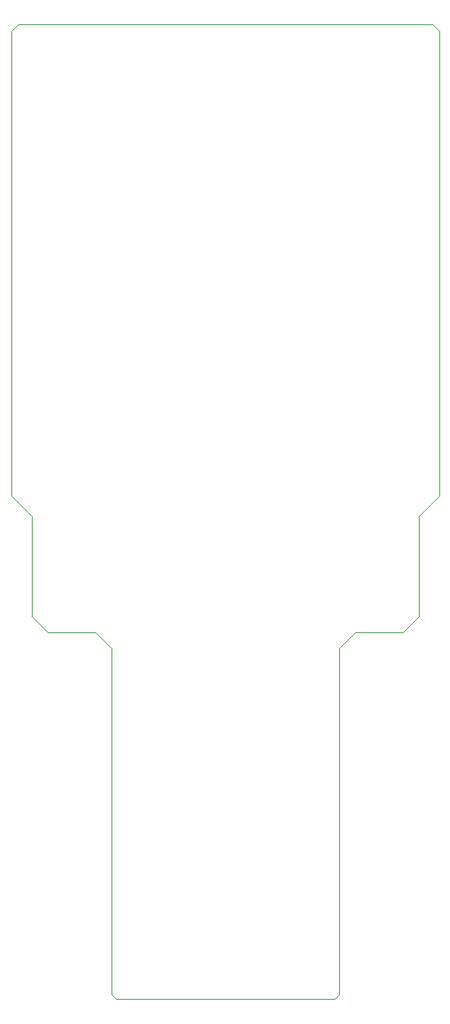
<source format=gm1>
%TF.GenerationSoftware,KiCad,Pcbnew,6.0.2+dfsg-1*%
%TF.CreationDate,2022-07-07T18:02:14-05:00*%
%TF.ProjectId,protopak64,70726f74-6f70-4616-9b36-342e6b696361,rev?*%
%TF.SameCoordinates,Original*%
%TF.FileFunction,Profile,NP*%
%FSLAX46Y46*%
G04 Gerber Fmt 4.6, Leading zero omitted, Abs format (unit mm)*
G04 Created by KiCad (PCBNEW 6.0.2+dfsg-1) date 2022-07-07 18:02:14*
%MOMM*%
%LPD*%
G01*
G04 APERTURE LIST*
%TA.AperFunction,Profile*%
%ADD10C,0.100000*%
%TD*%
G04 APERTURE END LIST*
D10*
X120650000Y-46482000D02*
X166878000Y-46482000D01*
X131064000Y-154686000D02*
X131064000Y-116078000D01*
X123952000Y-114300000D02*
X122174000Y-112522000D01*
X129286000Y-114300000D02*
X123952000Y-114300000D01*
X165354000Y-112522000D02*
X165354000Y-101346000D01*
X122174000Y-112522000D02*
X122174000Y-101346000D01*
X156464000Y-116078000D02*
X158242000Y-114300000D01*
X119888000Y-99060000D02*
X119888000Y-47244000D01*
X166878000Y-46482000D02*
X167640000Y-47244000D01*
X131064000Y-154686000D02*
X131572000Y-155194000D01*
X131572000Y-155194000D02*
X155956000Y-155194000D01*
X163576000Y-114300000D02*
X165354000Y-112522000D01*
X163576000Y-114300000D02*
X158242000Y-114300000D01*
X120650000Y-46482000D02*
X119888000Y-47244000D01*
X155956000Y-155194000D02*
X156464000Y-154686000D01*
X167640000Y-99060000D02*
X165354000Y-101346000D01*
X167640000Y-47244000D02*
X167640000Y-99060000D01*
X122174000Y-101346000D02*
X119888000Y-99060000D01*
X131064000Y-116078000D02*
X129286000Y-114300000D01*
X156464000Y-154686000D02*
X156464000Y-116078000D01*
M02*

</source>
